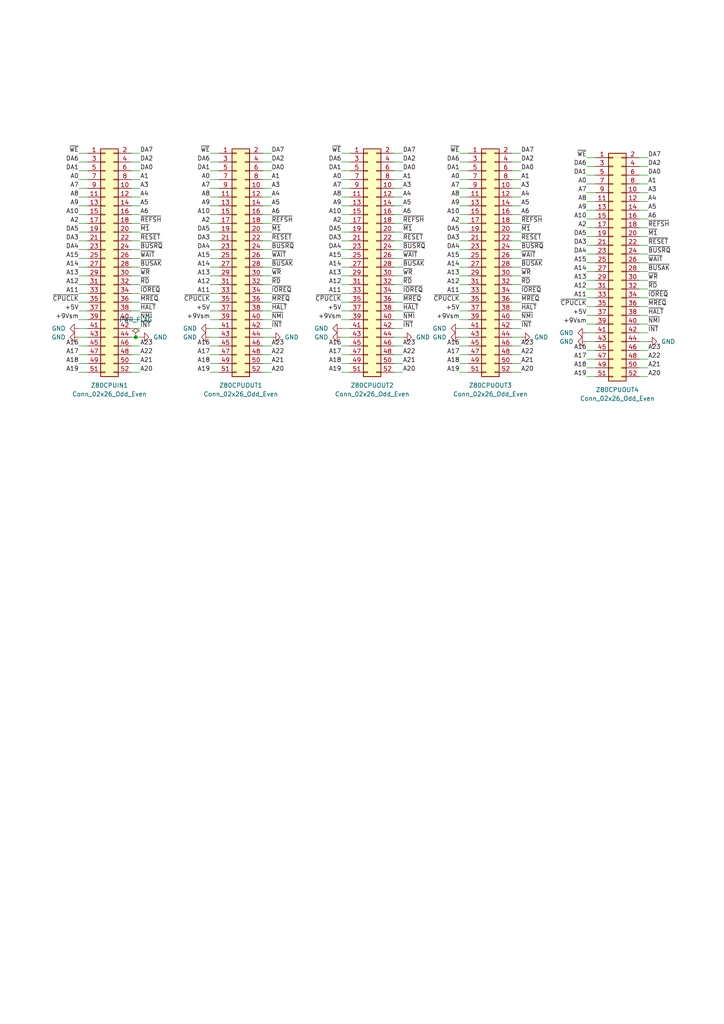
<source format=kicad_sch>
(kicad_sch (version 20211123) (generator eeschema)
  (paper "A4" portrait)
  (title_block (title "JupiterAceZ180") (date "2019-09-14") (rev "Alpha") (company "Ontobus") (comment 1 "John Bradley") (comment 2 "https://creativecommons.org/licenses/by-nc-sa/4.0/") (comment 3 "Attribution-NonCommercial-ShareAlike 4.0 International License.") (comment 4 "This work is licensed under a Creative Commons "))
  (lib_symbols
    (symbol "Connector_Generic:Conn_02x26_Odd_Even" (pin_names (offset 1.016) hide)
      (property "Reference" "J" (at 1.27 33.02 0))
      (property "Value" "Conn_02x26_Odd_Even" (at 1.27 -35.56 0))
      (symbol "Conn_02x26_Odd_Even_1_1"
        (rectangle (start -1.27 -32.893) (end 0 -33.147) (stroke (width 0.1524)))
        (rectangle (start -1.27 -30.353) (end 0 -30.607) (stroke (width 0.1524)))
        (rectangle (start -1.27 -27.813) (end 0 -28.067) (stroke (width 0.1524)))
        (rectangle (start -1.27 -25.273) (end 0 -25.527) (stroke (width 0.1524)))
        (rectangle (start -1.27 -22.733) (end 0 -22.987) (stroke (width 0.1524)))
        (rectangle (start -1.27 -20.193) (end 0 -20.447) (stroke (width 0.1524)))
        (rectangle (start -1.27 -17.653) (end 0 -17.907) (stroke (width 0.1524)))
        (rectangle (start -1.27 -15.113) (end 0 -15.367) (stroke (width 0.1524)))
        (rectangle (start -1.27 -12.573) (end 0 -12.827) (stroke (width 0.1524)))
        (rectangle (start -1.27 -10.033) (end 0 -10.287) (stroke (width 0.1524)))
        (rectangle (start -1.27 -7.493) (end 0 -7.747) (stroke (width 0.1524)))
        (rectangle (start -1.27 -4.953) (end 0 -5.207) (stroke (width 0.1524)))
        (rectangle (start -1.27 -2.413) (end 0 -2.667) (stroke (width 0.1524)))
        (rectangle (start -1.27 0.127) (end 0 -0.127) (stroke (width 0.1524)))
        (rectangle (start -1.27 2.667) (end 0 2.413) (stroke (width 0.1524)))
        (rectangle (start -1.27 5.207) (end 0 4.953) (stroke (width 0.1524)))
        (rectangle (start -1.27 7.747) (end 0 7.493) (stroke (width 0.1524)))
        (rectangle (start -1.27 10.287) (end 0 10.033) (stroke (width 0.1524)))
        (rectangle (start -1.27 12.827) (end 0 12.573) (stroke (width 0.1524)))
        (rectangle (start -1.27 15.367) (end 0 15.113) (stroke (width 0.1524)))
        (rectangle (start -1.27 17.907) (end 0 17.653) (stroke (width 0.1524)))
        (rectangle (start -1.27 20.447) (end 0 20.193) (stroke (width 0.1524)))
        (rectangle (start -1.27 22.987) (end 0 22.733) (stroke (width 0.1524)))
        (rectangle (start -1.27 25.527) (end 0 25.273) (stroke (width 0.1524)))
        (rectangle (start -1.27 28.067) (end 0 27.813) (stroke (width 0.1524)))
        (rectangle (start -1.27 30.607) (end 0 30.353) (stroke (width 0.1524)))
        (rectangle (start -1.27 31.75) (end 3.81 -34.29) (stroke (width 0.254)) (fill (type background)))
        (rectangle (start 3.81 -32.893) (end 2.54 -33.147) (stroke (width 0.1524)))
        (rectangle (start 3.81 -30.353) (end 2.54 -30.607) (stroke (width 0.1524)))
        (rectangle (start 3.81 -27.813) (end 2.54 -28.067) (stroke (width 0.1524)))
        (rectangle (start 3.81 -25.273) (end 2.54 -25.527) (stroke (width 0.1524)))
        (rectangle (start 3.81 -22.733) (end 2.54 -22.987) (stroke (width 0.1524)))
        (rectangle (start 3.81 -20.193) (end 2.54 -20.447) (stroke (width 0.1524)))
        (rectangle (start 3.81 -17.653) (end 2.54 -17.907) (stroke (width 0.1524)))
        (rectangle (start 3.81 -15.113) (end 2.54 -15.367) (stroke (width 0.1524)))
        (rectangle (start 3.81 -12.573) (end 2.54 -12.827) (stroke (width 0.1524)))
        (rectangle (start 3.81 -10.033) (end 2.54 -10.287) (stroke (width 0.1524)))
        (rectangle (start 3.81 -7.493) (end 2.54 -7.747) (stroke (width 0.1524)))
        (rectangle (start 3.81 -4.953) (end 2.54 -5.207) (stroke (width 0.1524)))
        (rectangle (start 3.81 -2.413) (end 2.54 -2.667) (stroke (width 0.1524)))
        (rectangle (start 3.81 0.127) (end 2.54 -0.127) (stroke (width 0.1524)))
        (rectangle (start 3.81 2.667) (end 2.54 2.413) (stroke (width 0.1524)))
        (rectangle (start 3.81 5.207) (end 2.54 4.953) (stroke (width 0.1524)))
        (rectangle (start 3.81 7.747) (end 2.54 7.493) (stroke (width 0.1524)))
        (rectangle (start 3.81 10.287) (end 2.54 10.033) (stroke (width 0.1524)))
        (rectangle (start 3.81 12.827) (end 2.54 12.573) (stroke (width 0.1524)))
        (rectangle (start 3.81 15.367) (end 2.54 15.113) (stroke (width 0.1524)))
        (rectangle (start 3.81 17.907) (end 2.54 17.653) (stroke (width 0.1524)))
        (rectangle (start 3.81 20.447) (end 2.54 20.193) (stroke (width 0.1524)))
        (rectangle (start 3.81 22.987) (end 2.54 22.733) (stroke (width 0.1524)))
        (rectangle (start 3.81 25.527) (end 2.54 25.273) (stroke (width 0.1524)))
        (rectangle (start 3.81 28.067) (end 2.54 27.813) (stroke (width 0.1524)))
        (rectangle (start 3.81 30.607) (end 2.54 30.353) (stroke (width 0.1524)))
        (pin passive line (at -5.08 30.48 0) (length 3.81) (name "Pin_1") (number "1"))
        (pin passive line (at 7.62 20.32 180) (length 3.81) (name "Pin_10") (number "10"))
        (pin passive line (at -5.08 17.78 0) (length 3.81) (name "Pin_11") (number "11"))
        (pin passive line (at 7.62 17.78 180) (length 3.81) (name "Pin_12") (number "12"))
        (pin passive line (at -5.08 15.24 0) (length 3.81) (name "Pin_13") (number "13"))
        (pin passive line (at 7.62 15.24 180) (length 3.81) (name "Pin_14") (number "14"))
        (pin passive line (at -5.08 12.7 0) (length 3.81) (name "Pin_15") (number "15"))
        (pin passive line (at 7.62 12.7 180) (length 3.81) (name "Pin_16") (number "16"))
        (pin passive line (at -5.08 10.16 0) (length 3.81) (name "Pin_17") (number "17"))
        (pin passive line (at 7.62 10.16 180) (length 3.81) (name "Pin_18") (number "18"))
        (pin passive line (at -5.08 7.62 0) (length 3.81) (name "Pin_19") (number "19"))
        (pin passive line (at 7.62 30.48 180) (length 3.81) (name "Pin_2") (number "2"))
        (pin passive line (at 7.62 7.62 180) (length 3.81) (name "Pin_20") (number "20"))
        (pin passive line (at -5.08 5.08 0) (length 3.81) (name "Pin_21") (number "21"))
        (pin passive line (at 7.62 5.08 180) (length 3.81) (name "Pin_22") (number "22"))
        (pin passive line (at -5.08 2.54 0) (length 3.81) (name "Pin_23") (number "23"))
        (pin passive line (at 7.62 2.54 180) (length 3.81) (name "Pin_24") (number "24"))
        (pin passive line (at -5.08 0 0) (length 3.81) (name "Pin_25") (number "25"))
        (pin passive line (at 7.62 0 180) (length 3.81) (name "Pin_26") (number "26"))
        (pin passive line (at -5.08 -2.54 0) (length 3.81) (name "Pin_27") (number "27"))
        (pin passive line (at 7.62 -2.54 180) (length 3.81) (name "Pin_28") (number "28"))
        (pin passive line (at -5.08 -5.08 0) (length 3.81) (name "Pin_29") (number "29"))
        (pin passive line (at -5.08 27.94 0) (length 3.81) (name "Pin_3") (number "3"))
        (pin passive line (at 7.62 -5.08 180) (length 3.81) (name "Pin_30") (number "30"))
        (pin passive line (at -5.08 -7.62 0) (length 3.81) (name "Pin_31") (number "31"))
        (pin passive line (at 7.62 -7.62 180) (length 3.81) (name "Pin_32") (number "32"))
        (pin passive line (at -5.08 -10.16 0) (length 3.81) (name "Pin_33") (number "33"))
        (pin passive line (at 7.62 -10.16 180) (length 3.81) (name "Pin_34") (number "34"))
        (pin passive line (at -5.08 -12.7 0) (length 3.81) (name "Pin_35") (number "35"))
        (pin passive line (at 7.62 -12.7 180) (length 3.81) (name "Pin_36") (number "36"))
        (pin passive line (at -5.08 -15.24 0) (length 3.81) (name "Pin_37") (number "37"))
        (pin passive line (at 7.62 -15.24 180) (length 3.81) (name "Pin_38") (number "38"))
        (pin passive line (at -5.08 -17.78 0) (length 3.81) (name "Pin_39") (number "39"))
        (pin passive line (at 7.62 27.94 180) (length 3.81) (name "Pin_4") (number "4"))
        (pin passive line (at 7.62 -17.78 180) (length 3.81) (name "Pin_40") (number "40"))
        (pin passive line (at -5.08 -20.32 0) (length 3.81) (name "Pin_41") (number "41"))
        (pin passive line (at 7.62 -20.32 180) (length 3.81) (name "Pin_42") (number "42"))
        (pin passive line (at -5.08 -22.86 0) (length 3.81) (name "Pin_43") (number "43"))
        (pin passive line (at 7.62 -22.86 180) (length 3.81) (name "Pin_44") (number "44"))
        (pin passive line (at -5.08 -25.4 0) (length 3.81) (name "Pin_45") (number "45"))
        (pin passive line (at 7.62 -25.4 180) (length 3.81) (name "Pin_46") (number "46"))
        (pin passive line (at -5.08 -27.94 0) (length 3.81) (name "Pin_47") (number "47"))
        (pin passive line (at 7.62 -27.94 180) (length 3.81) (name "Pin_48") (number "48"))
        (pin passive line (at -5.08 -30.48 0) (length 3.81) (name "Pin_49") (number "49"))
        (pin passive line (at -5.08 25.4 0) (length 3.81) (name "Pin_5") (number "5"))
        (pin passive line (at 7.62 -30.48 180) (length 3.81) (name "Pin_50") (number "50"))
        (pin passive line (at -5.08 -33.02 0) (length 3.81) (name "Pin_51") (number "51"))
        (pin passive line (at 7.62 -33.02 180) (length 3.81) (name "Pin_52") (number "52"))
        (pin passive line (at 7.62 25.4 180) (length 3.81) (name "Pin_6") (number "6"))
        (pin passive line (at -5.08 22.86 0) (length 3.81) (name "Pin_7") (number "7"))
        (pin passive line (at 7.62 22.86 180) (length 3.81) (name "Pin_8") (number "8"))
        (pin passive line (at -5.08 20.32 0) (length 3.81) (name "Pin_9") (number "9"))
      )
    )
    (symbol "power:GND" (power) (pin_names (offset 0))
      (property "Value" "GND" (at 0 -3.81 0))
      (symbol "GND_0_1"
        (polyline (pts (xy 0 0) (xy 0 -1.27) (xy 1.27 -1.27) (xy 0 -2.54) (xy -1.27 -1.27) (xy 0 -1.27)))
      )
      (symbol "GND_1_1"
        (pin power_in line (at 0 0 270) (length 0) hide (name "GND") (number "1"))
      )
    )
    (symbol "power:PWR_FLAG" (power) (pin_numbers hide) (pin_names (offset 0) hide)
      (property "Value" "PWR_FLAG" (at 0 3.81 0))
      (symbol "PWR_FLAG_0_0"
        (pin power_out line (at 0 0 90) (length 0) (name "pwr") (number "1"))
      )
      (symbol "PWR_FLAG_0_1"
        (polyline (pts (xy 0 0) (xy 0 1.27) (xy -1.016 1.905) (xy 0 2.54) (xy 1.016 1.905) (xy 0 1.27)))
      )
    )
  )
  (junction (at 39.37 97.79))
  (wire (pts (xy 172.72 76.2) (xy 170.18 76.2)))
  (wire (pts (xy 63.5 72.39) (xy 60.96 72.39)))
  (wire (pts (xy 148.59 49.53) (xy 151.13 49.53)))
  (wire (pts (xy 114.3 100.33) (xy 116.84 100.33)))
  (wire (pts (xy 185.42 106.68) (xy 187.96 106.68)))
  (wire (pts (xy 63.5 44.45) (xy 60.96 44.45)))
  (wire (pts (xy 114.3 46.99) (xy 116.84 46.99)))
  (wire (pts (xy 114.3 52.07) (xy 116.84 52.07)))
  (wire (pts (xy 76.2 100.33) (xy 78.74 100.33)))
  (wire (pts (xy 135.89 85.09) (xy 133.35 85.09)))
  (wire (pts (xy 172.72 78.74) (xy 170.18 78.74)))
  (wire (pts (xy 60.96 95.25) (xy 63.5 95.25)))
  (wire (pts (xy 185.42 58.42) (xy 187.96 58.42)))
  (wire (pts (xy 172.72 63.5) (xy 170.18 63.5)))
  (wire (pts (xy 172.72 99.06) (xy 170.18 99.06)))
  (wire (pts (xy 25.4 46.99) (xy 22.86 46.99)))
  (wire (pts (xy 185.42 45.72) (xy 187.96 45.72)))
  (wire (pts (xy 63.5 54.61) (xy 60.96 54.61)))
  (wire (pts (xy 76.2 87.63) (xy 78.74 87.63)))
  (wire (pts (xy 101.6 49.53) (xy 99.06 49.53)))
  (wire (pts (xy 22.86 95.25) (xy 25.4 95.25)))
  (wire (pts (xy 185.42 88.9) (xy 187.96 88.9)))
  (wire (pts (xy 114.3 54.61) (xy 116.84 54.61)))
  (wire (pts (xy 76.2 46.99) (xy 78.74 46.99)))
  (wire (pts (xy 187.96 93.98) (xy 185.42 93.98)))
  (wire (pts (xy 101.6 82.55) (xy 99.06 82.55)))
  (wire (pts (xy 114.3 90.17) (xy 116.84 90.17)))
  (wire (pts (xy 63.5 57.15) (xy 60.96 57.15)))
  (wire (pts (xy 148.59 105.41) (xy 151.13 105.41)))
  (wire (pts (xy 63.5 102.87) (xy 60.96 102.87)))
  (wire (pts (xy 38.1 105.41) (xy 40.64 105.41)))
  (wire (pts (xy 63.5 90.17) (xy 60.96 90.17)))
  (wire (pts (xy 114.3 105.41) (xy 116.84 105.41)))
  (wire (pts (xy 135.89 54.61) (xy 133.35 54.61)))
  (wire (pts (xy 114.3 102.87) (xy 116.84 102.87)))
  (wire (pts (xy 76.2 59.69) (xy 78.74 59.69)))
  (wire (pts (xy 172.72 91.44) (xy 170.18 91.44)))
  (wire (pts (xy 76.2 72.39) (xy 78.74 72.39)))
  (wire (pts (xy 135.89 59.69) (xy 133.35 59.69)))
  (wire (pts (xy 25.4 77.47) (xy 22.86 77.47)))
  (wire (pts (xy 63.5 85.09) (xy 60.96 85.09)))
  (wire (pts (xy 185.42 99.06) (xy 187.96 99.06)))
  (wire (pts (xy 101.6 62.23) (xy 99.06 62.23)))
  (wire (pts (xy 172.72 45.72) (xy 170.18 45.72)))
  (wire (pts (xy 76.2 77.47) (xy 78.74 77.47)))
  (wire (pts (xy 135.89 82.55) (xy 133.35 82.55)))
  (wire (pts (xy 38.1 59.69) (xy 40.64 59.69)))
  (wire (pts (xy 101.6 57.15) (xy 99.06 57.15)))
  (wire (pts (xy 38.1 80.01) (xy 40.64 80.01)))
  (wire (pts (xy 63.5 74.93) (xy 60.96 74.93)))
  (wire (pts (xy 114.3 67.31) (xy 116.84 67.31)))
  (wire (pts (xy 172.72 109.22) (xy 170.18 109.22)))
  (wire (pts (xy 25.4 54.61) (xy 22.86 54.61)))
  (wire (pts (xy 101.6 67.31) (xy 99.06 67.31)))
  (wire (pts (xy 172.72 73.66) (xy 170.18 73.66)))
  (wire (pts (xy 135.89 67.31) (xy 133.35 67.31)))
  (wire (pts (xy 38.1 82.55) (xy 40.64 82.55)))
  (wire (pts (xy 38.1 57.15) (xy 40.64 57.15)))
  (wire (pts (xy 38.1 95.25) (xy 40.64 95.25)))
  (wire (pts (xy 38.1 62.23) (xy 40.64 62.23)))
  (wire (pts (xy 101.6 107.95) (xy 99.06 107.95)))
  (wire (pts (xy 101.6 97.79) (xy 99.06 97.79)))
  (wire (pts (xy 101.6 102.87) (xy 99.06 102.87)))
  (wire (pts (xy 25.4 82.55) (xy 22.86 82.55)))
  (wire (pts (xy 114.3 87.63) (xy 116.84 87.63)))
  (wire (pts (xy 185.42 66.04) (xy 187.96 66.04)))
  (wire (pts (xy 63.5 64.77) (xy 60.96 64.77)))
  (wire (pts (xy 25.4 107.95) (xy 22.86 107.95)))
  (wire (pts (xy 63.5 62.23) (xy 60.96 62.23)))
  (wire (pts (xy 63.5 67.31) (xy 60.96 67.31)))
  (wire (pts (xy 38.1 46.99) (xy 40.64 46.99)))
  (wire (pts (xy 25.4 105.41) (xy 22.86 105.41)))
  (wire (pts (xy 148.59 100.33) (xy 151.13 100.33)))
  (wire (pts (xy 76.2 80.01) (xy 78.74 80.01)))
  (wire (pts (xy 172.72 93.98) (xy 170.18 93.98)))
  (wire (pts (xy 101.6 59.69) (xy 99.06 59.69)))
  (wire (pts (xy 135.89 46.99) (xy 133.35 46.99)))
  (wire (pts (xy 135.89 97.79) (xy 133.35 97.79)))
  (wire (pts (xy 148.59 102.87) (xy 151.13 102.87)))
  (wire (pts (xy 114.3 62.23) (xy 116.84 62.23)))
  (wire (pts (xy 185.42 83.82) (xy 187.96 83.82)))
  (wire (pts (xy 135.89 44.45) (xy 133.35 44.45)))
  (wire (pts (xy 38.1 54.61) (xy 40.64 54.61)))
  (wire (pts (xy 38.1 77.47) (xy 40.64 77.47)))
  (wire (pts (xy 135.89 105.41) (xy 133.35 105.41)))
  (wire (pts (xy 76.2 82.55) (xy 78.74 82.55)))
  (wire (pts (xy 38.1 102.87) (xy 40.64 102.87)))
  (wire (pts (xy 38.1 67.31) (xy 40.64 67.31)))
  (wire (pts (xy 101.6 90.17) (xy 99.06 90.17)))
  (wire (pts (xy 185.42 101.6) (xy 187.96 101.6)))
  (wire (pts (xy 38.1 64.77) (xy 40.64 64.77)))
  (wire (pts (xy 114.3 77.47) (xy 116.84 77.47)))
  (wire (pts (xy 38.1 100.33) (xy 40.64 100.33)))
  (wire (pts (xy 40.64 92.71) (xy 38.1 92.71)))
  (wire (pts (xy 148.59 46.99) (xy 151.13 46.99)))
  (wire (pts (xy 63.5 92.71) (xy 60.96 92.71)))
  (wire (pts (xy 114.3 74.93) (xy 116.84 74.93)))
  (wire (pts (xy 101.6 69.85) (xy 99.06 69.85)))
  (wire (pts (xy 135.89 62.23) (xy 133.35 62.23)))
  (wire (pts (xy 185.42 73.66) (xy 187.96 73.66)))
  (wire (pts (xy 114.3 82.55) (xy 116.84 82.55)))
  (wire (pts (xy 101.6 64.77) (xy 99.06 64.77)))
  (wire (pts (xy 101.6 80.01) (xy 99.06 80.01)))
  (wire (pts (xy 185.42 55.88) (xy 187.96 55.88)))
  (wire (pts (xy 185.42 63.5) (xy 187.96 63.5)))
  (wire (pts (xy 148.59 95.25) (xy 151.13 95.25)))
  (wire (pts (xy 25.4 74.93) (xy 22.86 74.93)))
  (wire (pts (xy 101.6 46.99) (xy 99.06 46.99)))
  (wire (pts (xy 63.5 97.79) (xy 60.96 97.79)))
  (wire (pts (xy 25.4 72.39) (xy 22.86 72.39)))
  (wire (pts (xy 172.72 53.34) (xy 170.18 53.34)))
  (wire (pts (xy 185.42 96.52) (xy 187.96 96.52)))
  (wire (pts (xy 114.3 80.01) (xy 116.84 80.01)))
  (wire (pts (xy 25.4 92.71) (xy 22.86 92.71)))
  (wire (pts (xy 135.89 90.17) (xy 133.35 90.17)))
  (wire (pts (xy 25.4 59.69) (xy 22.86 59.69)))
  (wire (pts (xy 25.4 100.33) (xy 22.86 100.33)))
  (wire (pts (xy 135.89 100.33) (xy 133.35 100.33)))
  (wire (pts (xy 101.6 74.93) (xy 99.06 74.93)))
  (wire (pts (xy 38.1 49.53) (xy 40.64 49.53)))
  (wire (pts (xy 114.3 49.53) (xy 116.84 49.53)))
  (wire (pts (xy 63.5 46.99) (xy 60.96 46.99)))
  (wire (pts (xy 25.4 49.53) (xy 22.86 49.53)))
  (wire (pts (xy 170.18 96.52) (xy 172.72 96.52)))
  (wire (pts (xy 76.2 44.45) (xy 78.74 44.45)))
  (wire (pts (xy 135.89 72.39) (xy 133.35 72.39)))
  (wire (pts (xy 172.72 68.58) (xy 170.18 68.58)))
  (wire (pts (xy 135.89 77.47) (xy 133.35 77.47)))
  (wire (pts (xy 25.4 57.15) (xy 22.86 57.15)))
  (wire (pts (xy 25.4 44.45) (xy 22.86 44.45)))
  (wire (pts (xy 172.72 48.26) (xy 170.18 48.26)))
  (wire (pts (xy 38.1 44.45) (xy 40.64 44.45)))
  (wire (pts (xy 148.59 82.55) (xy 151.13 82.55)))
  (wire (pts (xy 101.6 105.41) (xy 99.06 105.41)))
  (wire (pts (xy 76.2 95.25) (xy 78.74 95.25)))
  (wire (pts (xy 76.2 90.17) (xy 78.74 90.17)))
  (wire (pts (xy 101.6 87.63) (xy 99.06 87.63)))
  (wire (pts (xy 172.72 104.14) (xy 170.18 104.14)))
  (wire (pts (xy 135.89 92.71) (xy 133.35 92.71)))
  (wire (pts (xy 76.2 105.41) (xy 78.74 105.41)))
  (wire (pts (xy 172.72 101.6) (xy 170.18 101.6)))
  (wire (pts (xy 172.72 86.36) (xy 170.18 86.36)))
  (wire (pts (xy 172.72 88.9) (xy 170.18 88.9)))
  (wire (pts (xy 135.89 107.95) (xy 133.35 107.95)))
  (wire (pts (xy 25.4 90.17) (xy 22.86 90.17)))
  (wire (pts (xy 116.84 92.71) (xy 114.3 92.71)))
  (wire (pts (xy 25.4 85.09) (xy 22.86 85.09)))
  (wire (pts (xy 185.42 50.8) (xy 187.96 50.8)))
  (wire (pts (xy 101.6 54.61) (xy 99.06 54.61)))
  (wire (pts (xy 135.89 57.15) (xy 133.35 57.15)))
  (wire (pts (xy 135.89 69.85) (xy 133.35 69.85)))
  (wire (pts (xy 25.4 69.85) (xy 22.86 69.85)))
  (wire (pts (xy 101.6 72.39) (xy 99.06 72.39)))
  (wire (pts (xy 185.42 109.22) (xy 187.96 109.22)))
  (wire (pts (xy 185.42 86.36) (xy 187.96 86.36)))
  (wire (pts (xy 63.5 49.53) (xy 60.96 49.53)))
  (wire (pts (xy 63.5 107.95) (xy 60.96 107.95)))
  (wire (pts (xy 185.42 81.28) (xy 187.96 81.28)))
  (wire (pts (xy 38.1 74.93) (xy 40.64 74.93)))
  (wire (pts (xy 114.3 107.95) (xy 116.84 107.95)))
  (wire (pts (xy 135.89 80.01) (xy 133.35 80.01)))
  (wire (pts (xy 172.72 60.96) (xy 170.18 60.96)))
  (wire (pts (xy 148.59 52.07) (xy 151.13 52.07)))
  (wire (pts (xy 135.89 87.63) (xy 133.35 87.63)))
  (wire (pts (xy 25.4 52.07) (xy 22.86 52.07)))
  (wire (pts (xy 172.72 106.68) (xy 170.18 106.68)))
  (wire (pts (xy 25.4 67.31) (xy 22.86 67.31)))
  (wire (pts (xy 185.42 91.44) (xy 187.96 91.44)))
  (wire (pts (xy 148.59 72.39) (xy 151.13 72.39)))
  (wire (pts (xy 76.2 52.07) (xy 78.74 52.07)))
  (wire (pts (xy 25.4 97.79) (xy 22.86 97.79)))
  (wire (pts (xy 135.89 49.53) (xy 133.35 49.53)))
  (wire (pts (xy 38.1 97.79) (xy 39.37 97.79)))
  (wire (pts (xy 114.3 57.15) (xy 116.84 57.15)))
  (wire (pts (xy 101.6 100.33) (xy 99.06 100.33)))
  (wire (pts (xy 185.42 60.96) (xy 187.96 60.96)))
  (wire (pts (xy 114.3 59.69) (xy 116.84 59.69)))
  (wire (pts (xy 185.42 78.74) (xy 187.96 78.74)))
  (wire (pts (xy 76.2 54.61) (xy 78.74 54.61)))
  (wire (pts (xy 101.6 52.07) (xy 99.06 52.07)))
  (wire (pts (xy 63.5 77.47) (xy 60.96 77.47)))
  (wire (pts (xy 172.72 81.28) (xy 170.18 81.28)))
  (wire (pts (xy 148.59 74.93) (xy 151.13 74.93)))
  (wire (pts (xy 114.3 69.85) (xy 116.84 69.85)))
  (wire (pts (xy 172.72 71.12) (xy 170.18 71.12)))
  (wire (pts (xy 76.2 69.85) (xy 78.74 69.85)))
  (wire (pts (xy 148.59 62.23) (xy 151.13 62.23)))
  (wire (pts (xy 172.72 83.82) (xy 170.18 83.82)))
  (wire (pts (xy 76.2 62.23) (xy 78.74 62.23)))
  (wire (pts (xy 148.59 77.47) (xy 151.13 77.47)))
  (wire (pts (xy 114.3 95.25) (xy 116.84 95.25)))
  (wire (pts (xy 135.89 74.93) (xy 133.35 74.93)))
  (wire (pts (xy 135.89 102.87) (xy 133.35 102.87)))
  (wire (pts (xy 38.1 69.85) (xy 40.64 69.85)))
  (wire (pts (xy 148.59 44.45) (xy 151.13 44.45)))
  (wire (pts (xy 25.4 80.01) (xy 22.86 80.01)))
  (wire (pts (xy 63.5 87.63) (xy 60.96 87.63)))
  (wire (pts (xy 63.5 100.33) (xy 60.96 100.33)))
  (wire (pts (xy 114.3 72.39) (xy 116.84 72.39)))
  (wire (pts (xy 76.2 67.31) (xy 78.74 67.31)))
  (wire (pts (xy 99.06 95.25) (xy 101.6 95.25)))
  (wire (pts (xy 38.1 87.63) (xy 40.64 87.63)))
  (wire (pts (xy 185.42 48.26) (xy 187.96 48.26)))
  (wire (pts (xy 135.89 64.77) (xy 133.35 64.77)))
  (wire (pts (xy 185.42 71.12) (xy 187.96 71.12)))
  (wire (pts (xy 25.4 87.63) (xy 22.86 87.63)))
  (wire (pts (xy 148.59 87.63) (xy 151.13 87.63)))
  (wire (pts (xy 78.74 92.71) (xy 76.2 92.71)))
  (wire (pts (xy 135.89 52.07) (xy 133.35 52.07)))
  (wire (pts (xy 185.42 53.34) (xy 187.96 53.34)))
  (wire (pts (xy 172.72 66.04) (xy 170.18 66.04)))
  (wire (pts (xy 148.59 80.01) (xy 151.13 80.01)))
  (wire (pts (xy 114.3 44.45) (xy 116.84 44.45)))
  (wire (pts (xy 76.2 85.09) (xy 78.74 85.09)))
  (wire (pts (xy 38.1 72.39) (xy 40.64 72.39)))
  (wire (pts (xy 76.2 64.77) (xy 78.74 64.77)))
  (wire (pts (xy 148.59 85.09) (xy 151.13 85.09)))
  (wire (pts (xy 25.4 64.77) (xy 22.86 64.77)))
  (wire (pts (xy 76.2 57.15) (xy 78.74 57.15)))
  (wire (pts (xy 63.5 105.41) (xy 60.96 105.41)))
  (wire (pts (xy 63.5 82.55) (xy 60.96 82.55)))
  (wire (pts (xy 148.59 57.15) (xy 151.13 57.15)))
  (wire (pts (xy 185.42 104.14) (xy 187.96 104.14)))
  (wire (pts (xy 172.72 55.88) (xy 170.18 55.88)))
  (wire (pts (xy 76.2 97.79) (xy 78.74 97.79)))
  (wire (pts (xy 38.1 85.09) (xy 40.64 85.09)))
  (wire (pts (xy 172.72 50.8) (xy 170.18 50.8)))
  (wire (pts (xy 38.1 107.95) (xy 40.64 107.95)))
  (wire (pts (xy 148.59 90.17) (xy 151.13 90.17)))
  (wire (pts (xy 76.2 102.87) (xy 78.74 102.87)))
  (wire (pts (xy 148.59 107.95) (xy 151.13 107.95)))
  (wire (pts (xy 148.59 69.85) (xy 151.13 69.85)))
  (wire (pts (xy 25.4 102.87) (xy 22.86 102.87)))
  (wire (pts (xy 63.5 52.07) (xy 60.96 52.07)))
  (wire (pts (xy 76.2 74.93) (xy 78.74 74.93)))
  (wire (pts (xy 25.4 62.23) (xy 22.86 62.23)))
  (wire (pts (xy 148.59 67.31) (xy 151.13 67.31)))
  (wire (pts (xy 63.5 69.85) (xy 60.96 69.85)))
  (wire (pts (xy 185.42 76.2) (xy 187.96 76.2)))
  (wire (pts (xy 76.2 49.53) (xy 78.74 49.53)))
  (wire (pts (xy 101.6 77.47) (xy 99.06 77.47)))
  (wire (pts (xy 63.5 59.69) (xy 60.96 59.69)))
  (wire (pts (xy 101.6 44.45) (xy 99.06 44.45)))
  (wire (pts (xy 133.35 95.25) (xy 135.89 95.25)))
  (wire (pts (xy 114.3 97.79) (xy 116.84 97.79)))
  (wire (pts (xy 101.6 85.09) (xy 99.06 85.09)))
  (wire (pts (xy 148.59 54.61) (xy 151.13 54.61)))
  (wire (pts (xy 76.2 107.95) (xy 78.74 107.95)))
  (wire (pts (xy 63.5 80.01) (xy 60.96 80.01)))
  (wire (pts (xy 148.59 97.79) (xy 151.13 97.79)))
  (wire (pts (xy 114.3 64.77) (xy 116.84 64.77)))
  (wire (pts (xy 39.37 97.79) (xy 40.64 97.79)))
  (wire (pts (xy 172.72 58.42) (xy 170.18 58.42)))
  (wire (pts (xy 38.1 52.07) (xy 40.64 52.07)))
  (wire (pts (xy 148.59 64.77) (xy 151.13 64.77)))
  (wire (pts (xy 148.59 59.69) (xy 151.13 59.69)))
  (wire (pts (xy 38.1 90.17) (xy 40.64 90.17)))
  (wire (pts (xy 151.13 92.71) (xy 148.59 92.71)))
  (wire (pts (xy 185.42 68.58) (xy 187.96 68.58)))
  (wire (pts (xy 101.6 92.71) (xy 99.06 92.71)))
  (wire (pts (xy 114.3 85.09) (xy 116.84 85.09)))
  (label "~{CPUCLK}" (at 99.06 87.63 180))
  (label "A0" (at 170.18 53.34 180))
  (label "A3" (at 151.13 54.61 0))
  (label "+5V" (at 133.35 90.17 180))
  (label "~{NMI}" (at 40.64 92.71 0))
  (label "A18" (at 133.35 105.41 180))
  (label "A9" (at 22.86 59.69 180))
  (label "A11" (at 60.96 85.09 180))
  (label "~{IOREQ}" (at 40.64 85.09 0))
  (label "A22" (at 78.74 102.87 0))
  (label "~{BUSAK}" (at 187.96 78.74 0))
  (label "A1" (at 40.64 52.07 0))
  (label "A2" (at 170.18 66.04 180))
  (label "A8" (at 99.06 57.15 180))
  (label "~{HALT}" (at 40.64 90.17 0))
  (label "A10" (at 170.18 63.5 180))
  (label "~{INT}" (at 151.13 95.25 0))
  (label "A10" (at 22.86 62.23 180))
  (label "~{WR}" (at 78.74 80.01 0))
  (label "+9Vsm" (at 133.35 92.71 180))
  (label "A0" (at 99.06 52.07 180))
  (label "~{WR}" (at 151.13 80.01 0))
  (label "~{WR}" (at 187.96 81.28 0))
  (label "~{CPUCLK}" (at 60.96 87.63 180))
  (label "DA0" (at 151.13 49.53 0))
  (label "A13" (at 133.35 80.01 180))
  (label "DA2" (at 40.64 46.99 0))
  (label "+5V" (at 99.06 90.17 180))
  (label "A14" (at 60.96 77.47 180))
  (label "A3" (at 187.96 55.88 0))
  (label "DA2" (at 78.74 46.99 0))
  (label "A1" (at 78.74 52.07 0))
  (label "DA6" (at 22.86 46.99 180))
  (label "~{RD}" (at 78.74 82.55 0))
  (label "~{REFSH}" (at 40.64 64.77 0))
  (label "~{CPUCLK}" (at 170.18 88.9 180))
  (label "A0" (at 60.96 52.07 180))
  (label "A23" (at 187.96 101.6 0))
  (label "DA7" (at 78.74 44.45 0))
  (label "~{HALT}" (at 78.74 90.17 0))
  (label "~{RD}" (at 116.84 82.55 0))
  (label "~{REFSH}" (at 151.13 64.77 0))
  (label "A16" (at 133.35 100.33 180))
  (label "A21" (at 151.13 105.41 0))
  (label "~{WE}" (at 133.35 44.45 180))
  (label "A9" (at 170.18 60.96 180))
  (label "~{M1}" (at 151.13 67.31 0))
  (label "DA3" (at 170.18 71.12 180))
  (label "DA3" (at 133.35 69.85 180))
  (label "~{WAIT}" (at 151.13 74.93 0))
  (label "DA0" (at 187.96 50.8 0))
  (label "~{MREQ}" (at 116.84 87.63 0))
  (label "A23" (at 40.64 100.33 0))
  (label "~{BUSAK}" (at 116.84 77.47 0))
  (label "A1" (at 187.96 53.34 0))
  (label "A3" (at 40.64 54.61 0))
  (label "~{IOREQ}" (at 187.96 86.36 0))
  (label "A11" (at 99.06 85.09 180))
  (label "A5" (at 78.74 59.69 0))
  (label "~{RD}" (at 187.96 83.82 0))
  (label "~{MREQ}" (at 187.96 88.9 0))
  (label "~{M1}" (at 78.74 67.31 0))
  (label "A20" (at 40.64 107.95 0))
  (label "~{WAIT}" (at 78.74 74.93 0))
  (label "DA2" (at 116.84 46.99 0))
  (label "A7" (at 22.86 54.61 180))
  (label "A8" (at 133.35 57.15 180))
  (label "DA2" (at 187.96 48.26 0))
  (label "DA0" (at 40.64 49.53 0))
  (label "A11" (at 133.35 85.09 180))
  (label "~{REFSH}" (at 187.96 66.04 0))
  (label "DA7" (at 187.96 45.72 0))
  (label "A23" (at 151.13 100.33 0))
  (label "DA5" (at 22.86 67.31 180))
  (label "A23" (at 116.84 100.33 0))
  (label "~{INT}" (at 187.96 96.52 0))
  (label "A12" (at 22.86 82.55 180))
  (label "A10" (at 60.96 62.23 180))
  (label "A7" (at 133.35 54.61 180))
  (label "~{M1}" (at 40.64 67.31 0))
  (label "~{NMI}" (at 187.96 93.98 0))
  (label "A10" (at 99.06 62.23 180))
  (label "A2" (at 99.06 64.77 180))
  (label "DA1" (at 22.86 49.53 180))
  (label "A19" (at 60.96 107.95 180))
  (label "A0" (at 133.35 52.07 180))
  (label "~{MREQ}" (at 151.13 87.63 0))
  (label "A21" (at 78.74 105.41 0))
  (label "~{WR}" (at 40.64 80.01 0))
  (label "A13" (at 22.86 80.01 180))
  (label "A16" (at 22.86 100.33 180))
  (label "DA1" (at 133.35 49.53 180))
  (label "A8" (at 22.86 57.15 180))
  (label "~{NMI}" (at 116.84 92.71 0))
  (label "DA4" (at 170.18 73.66 180))
  (label "DA7" (at 116.84 44.45 0))
  (label "A12" (at 133.35 82.55 180))
  (label "DA4" (at 60.96 72.39 180))
  (label "A17" (at 60.96 102.87 180))
  (label "~{BUSAK}" (at 78.74 77.47 0))
  (label "~{RESET}" (at 116.84 69.85 0))
  (label "A5" (at 116.84 59.69 0))
  (label "A21" (at 40.64 105.41 0))
  (label "A20" (at 78.74 107.95 0))
  (label "A17" (at 133.35 102.87 180))
  (label "A4" (at 151.13 57.15 0))
  (label "DA7" (at 151.13 44.45 0))
  (label "~{WE}" (at 99.06 44.45 180))
  (label "A18" (at 99.06 105.41 180))
  (label "A9" (at 133.35 59.69 180))
  (label "A2" (at 22.86 64.77 180))
  (label "A9" (at 60.96 59.69 180))
  (label "~{HALT}" (at 187.96 91.44 0))
  (label "~{WE}" (at 22.86 44.45 180))
  (label "A4" (at 78.74 57.15 0))
  (label "A15" (at 22.86 74.93 180))
  (label "DA5" (at 60.96 67.31 180))
  (label "~{BUSRQ}" (at 40.64 72.39 0))
  (label "A6" (at 116.84 62.23 0))
  (label "A22" (at 187.96 104.14 0))
  (label "DA0" (at 78.74 49.53 0))
  (label "+9Vsm" (at 22.86 92.71 180))
  (label "A10" (at 133.35 62.23 180))
  (label "A22" (at 40.64 102.87 0))
  (label "A17" (at 22.86 102.87 180))
  (label "A21" (at 187.96 106.68 0))
  (label "A6" (at 151.13 62.23 0))
  (label "~{REFSH}" (at 78.74 64.77 0))
  (label "+9Vsm" (at 99.06 92.71 180))
  (label "~{MREQ}" (at 78.74 87.63 0))
  (label "~{NMI}" (at 151.13 92.71 0))
  (label "A22" (at 151.13 102.87 0))
  (label "A15" (at 60.96 74.93 180))
  (label "~{HALT}" (at 116.84 90.17 0))
  (label "A13" (at 99.06 80.01 180))
  (label "~{RESET}" (at 40.64 69.85 0))
  (label "~{HALT}" (at 151.13 90.17 0))
  (label "A18" (at 22.86 105.41 180))
  (label "A19" (at 170.18 109.22 180))
  (label "A5" (at 40.64 59.69 0))
  (label "A5" (at 187.96 60.96 0))
  (label "DA2" (at 151.13 46.99 0))
  (label "A17" (at 170.18 104.14 180))
  (label "A20" (at 187.96 109.22 0))
  (label "+9Vsm" (at 60.96 92.71 180))
  (label "~{INT}" (at 78.74 95.25 0))
  (label "A7" (at 60.96 54.61 180))
  (label "A14" (at 22.86 77.47 180))
  (label "DA4" (at 22.86 72.39 180))
  (label "A18" (at 60.96 105.41 180))
  (label "A15" (at 170.18 76.2 180))
  (label "~{BUSRQ}" (at 78.74 72.39 0))
  (label "DA4" (at 133.35 72.39 180))
  (label "~{WE}" (at 170.18 45.72 180))
  (label "A18" (at 170.18 106.68 180))
  (label "~{M1}" (at 187.96 68.58 0))
  (label "~{IOREQ}" (at 116.84 85.09 0))
  (label "~{RD}" (at 151.13 82.55 0))
  (label "DA3" (at 60.96 69.85 180))
  (label "A6" (at 78.74 62.23 0))
  (label "DA6" (at 99.06 46.99 180))
  (label "A19" (at 99.06 107.95 180))
  (label "A2" (at 133.35 64.77 180))
  (label "~{RESET}" (at 187.96 71.12 0))
  (label "A4" (at 116.84 57.15 0))
  (label "~{REFSH}" (at 116.84 64.77 0))
  (label "A23" (at 78.74 100.33 0))
  (label "~{RD}" (at 40.64 82.55 0))
  (label "A4" (at 40.64 57.15 0))
  (label "DA3" (at 99.06 69.85 180))
  (label "~{RESET}" (at 78.74 69.85 0))
  (label "DA6" (at 170.18 48.26 180))
  (label "A16" (at 60.96 100.33 180))
  (label "~{BUSRQ}" (at 116.84 72.39 0))
  (label "A12" (at 99.06 82.55 180))
  (label "A21" (at 116.84 105.41 0))
  (label "A3" (at 116.84 54.61 0))
  (label "A4" (at 187.96 58.42 0))
  (label "A14" (at 170.18 78.74 180))
  (label "~{WAIT}" (at 187.96 76.2 0))
  (label "~{INT}" (at 40.64 95.25 0))
  (label "+5V" (at 22.86 90.17 180))
  (label "~{BUSRQ}" (at 151.13 72.39 0))
  (label "~{BUSAK}" (at 40.64 77.47 0))
  (label "~{WAIT}" (at 40.64 74.93 0))
  (label "A16" (at 170.18 101.6 180))
  (label "A0" (at 22.86 52.07 180))
  (label "A20" (at 151.13 107.95 0))
  (label "A3" (at 78.74 54.61 0))
  (label "A1" (at 116.84 52.07 0))
  (label "~{CPUCLK}" (at 22.86 87.63 180))
  (label "+5V" (at 60.96 90.17 180))
  (label "DA7" (at 40.64 44.45 0))
  (label "~{WR}" (at 116.84 80.01 0))
  (label "DA5" (at 133.35 67.31 180))
  (label "A6" (at 40.64 62.23 0))
  (label "A19" (at 133.35 107.95 180))
  (label "DA5" (at 170.18 68.58 180))
  (label "+5V" (at 170.18 91.44 180))
  (label "A11" (at 22.86 85.09 180))
  (label "~{IOREQ}" (at 78.74 85.09 0))
  (label "DA4" (at 99.06 72.39 180))
  (label "A7" (at 170.18 55.88 180))
  (label "A17" (at 99.06 102.87 180))
  (label "A14" (at 99.06 77.47 180))
  (label "DA1" (at 99.06 49.53 180))
  (label "DA5" (at 99.06 67.31 180))
  (label "A22" (at 116.84 102.87 0))
  (label "A7" (at 99.06 54.61 180))
  (label "A12" (at 170.18 83.82 180))
  (label "~{WAIT}" (at 116.84 74.93 0))
  (label "+9Vsm" (at 170.18 93.98 180))
  (label "~{INT}" (at 116.84 95.25 0))
  (label "A2" (at 60.96 64.77 180))
  (label "~{RESET}" (at 151.13 69.85 0))
  (label "A13" (at 60.96 80.01 180))
  (label "A15" (at 133.35 74.93 180))
  (label "A14" (at 133.35 77.47 180))
  (label "~{WE}" (at 60.96 44.45 180))
  (label "A6" (at 187.96 63.5 0))
  (label "A8" (at 170.18 58.42 180))
  (label "DA0" (at 116.84 49.53 0))
  (label "~{M1}" (at 116.84 67.31 0))
  (label "~{BUSAK}" (at 151.13 77.47 0))
  (label "DA6" (at 133.35 46.99 180))
  (label "A11" (at 170.18 86.36 180))
  (label "DA6" (at 60.96 46.99 180))
  (label "~{NMI}" (at 78.74 92.71 0))
  (label "DA1" (at 60.96 49.53 180))
  (label "A16" (at 99.06 100.33 180))
  (label "~{BUSRQ}" (at 187.96 73.66 0))
  (label "~{MREQ}" (at 40.64 87.63 0))
  (label "~{IOREQ}" (at 151.13 85.09 0))
  (label "DA3" (at 22.86 69.85 180))
  (label "A20" (at 116.84 107.95 0))
  (label "A9" (at 99.06 59.69 180))
  (label "A5" (at 151.13 59.69 0))
  (label "A12" (at 60.96 82.55 180))
  (label "A13" (at 170.18 81.28 180))
  (label "A19" (at 22.86 107.95 180))
  (label "A8" (at 60.96 57.15 180))
  (label "A1" (at 151.13 52.07 0))
  (label "DA1" (at 170.18 50.8 180))
  (label "A15" (at 99.06 74.93 180))
  (label "~{CPUCLK}" (at 133.35 87.63 180))
  (symbol (lib_id "Connector_Generic:Conn_02x26_Odd_Even") (at 68.58 74.93 0) (unit 1)
    (property "Reference" "Z80CPUOUT1" (at 69.85 111.76 0))
    (property "Value" "Conn_02x26_Odd_Even" (at 69.85 114.3 0))
    (property "Footprint" "Connector_PinHeader_2.54mm:PinHeader_2x26_P2.54mm_Vertical" (effects hide))
  )
  (symbol (lib_id "power:GND") (at 60.96 95.25 270) (unit 1)
    (property "Reference" "#0101" (effects hide))
    (property "Value" "GND" (at 57.15 95.2499 90) (effects (justify right)))
  )
  (symbol (lib_id "power:GND") (at 60.96 97.79 270) (unit 1)
    (property "Reference" "#0102" (effects hide))
    (property "Value" "GND" (at 57.15 97.7899 90) (effects (justify right)))
  )
  (symbol (lib_id "power:GND") (at 78.74 97.79 90) (unit 1)
    (property "Reference" "#0103" (effects hide))
    (property "Value" "GND" (at 82.55 97.7899 90) (effects (justify right)))
  )
  (symbol (lib_id "Connector_Generic:Conn_02x26_Odd_Even") (at 106.68 74.93 0) (unit 1)
    (property "Reference" "Z80CPUOUT2" (at 107.95 111.76 0))
    (property "Value" "Conn_02x26_Odd_Even" (at 107.95 114.3 0))
    (property "Footprint" "Connector_PinHeader_2.54mm:PinHeader_2x26_P2.54mm_Vertical" (effects hide))
  )
  (symbol (lib_id "power:GND") (at 99.06 95.25 270) (unit 1)
    (property "Reference" "#0104" (effects hide))
    (property "Value" "GND" (at 95.25 95.2499 90) (effects (justify right)))
  )
  (symbol (lib_id "power:GND") (at 99.06 97.79 270) (unit 1)
    (property "Reference" "#0105" (effects hide))
    (property "Value" "GND" (at 95.25 97.7899 90) (effects (justify right)))
  )
  (symbol (lib_id "power:GND") (at 116.84 97.79 90) (unit 1)
    (property "Reference" "#0106" (effects hide))
    (property "Value" "GND" (at 120.65 97.7899 90) (effects (justify right)))
  )
  (symbol (lib_id "Connector_Generic:Conn_02x26_Odd_Even") (at 140.97 74.93 0) (unit 1)
    (property "Reference" "Z80CPUOUT3" (at 142.24 111.76 0))
    (property "Value" "Conn_02x26_Odd_Even" (at 142.24 114.3 0))
    (property "Footprint" "Connector_PinHeader_2.54mm:PinHeader_2x26_P2.54mm_Vertical" (effects hide))
  )
  (symbol (lib_id "power:GND") (at 133.35 95.25 270) (unit 1)
    (property "Reference" "#0107" (effects hide))
    (property "Value" "GND" (at 129.54 95.2499 90) (effects (justify right)))
  )
  (symbol (lib_id "power:GND") (at 133.35 97.79 270) (unit 1)
    (property "Reference" "#0108" (effects hide))
    (property "Value" "GND" (at 129.54 97.7899 90) (effects (justify right)))
  )
  (symbol (lib_id "power:GND") (at 151.13 97.79 90) (unit 1)
    (property "Reference" "#0109" (effects hide))
    (property "Value" "GND" (at 154.94 97.7899 90) (effects (justify right)))
  )
  (symbol (lib_id "Connector_Generic:Conn_02x26_Odd_Even") (at 177.8 76.2 0) (unit 1)
    (property "Reference" "Z80CPUOUT4" (at 179.07 113.03 0))
    (property "Value" "Conn_02x26_Odd_Even" (at 179.07 115.57 0))
    (property "Footprint" "Connector_PinHeader_2.54mm:PinHeader_2x26_P2.54mm_Vertical" (effects hide))
  )
  (symbol (lib_id "power:GND") (at 170.18 96.52 270) (unit 1)
    (property "Reference" "#0110" (effects hide))
    (property "Value" "GND" (at 166.37 96.5199 90) (effects (justify right)))
  )
  (symbol (lib_id "power:GND") (at 170.18 99.06 270) (unit 1)
    (property "Reference" "#0111" (effects hide))
    (property "Value" "GND" (at 166.37 99.0599 90) (effects (justify right)))
  )
  (symbol (lib_id "power:GND") (at 187.96 99.06 90) (unit 1)
    (property "Reference" "#0112" (effects hide))
    (property "Value" "GND" (at 191.77 99.0599 90) (effects (justify right)))
  )
  (symbol (lib_id "power:PWR_FLAG") (at 39.37 97.79 0) (unit 1)
    (property "Reference" "#FLG0101" (effects hide))
    (property "Value" "PWR_FLAG" (at 39.37 92.71 0))
  )
  (symbol (lib_id "power:GND") (at 22.86 95.25 270) (unit 1)
    (property "Reference" "#~~~PWR0115" (effects hide))
    (property "Value" "GND" (at 19.05 95.2499 90) (effects (justify right)))
  )
  (symbol (lib_id "power:GND") (at 22.86 97.79 270) (unit 1)
    (property "Reference" "#~~~PWR0116" (effects hide))
    (property "Value" "GND" (at 19.05 97.7899 90) (effects (justify right)))
  )
  (symbol (lib_id "power:GND") (at 40.64 97.79 90) (unit 1)
    (property "Reference" "#~~~PWR0117" (effects hide))
    (property "Value" "GND" (at 44.45 97.7899 90) (effects (justify right)))
  )
  (symbol (lib_id "Connector_Generic:Conn_02x26_Odd_Even") (at 30.48 74.93 0) (unit 1)
    (property "Reference" "Z80CPUIN1" (at 31.75 111.76 0))
    (property "Value" "Conn_02x26_Odd_Even" (at 31.75 114.3 0))
    (property "Footprint" "Connector_PinSocket_2.54mm:PinSocket_2x26_P2.54mm_Horizontal" (effects hide))
  )
)
</source>
